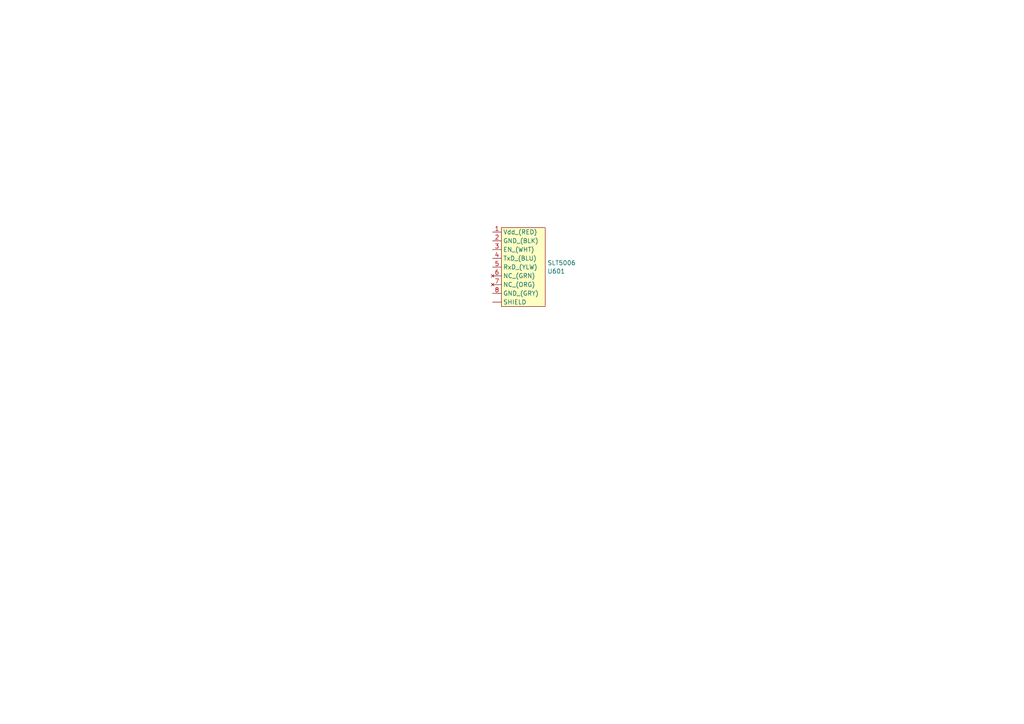
<source format=kicad_sch>
(kicad_sch (version 20250114) (generator "eeschema") (generator_version "9.0")
  (paper "A4")
  (lib_symbols
    (symbol "M302N-symlib:SLT5006" (in_bom no) (on_board no)
      (property "Reference" "U" (at -2.032 0.762 0))
      (property "Value" "SLT5006" (at -0.254 -1.524 0))
      (symbol "SLT5006_0_1"
        (rectangle (start -6.35 -3.81) (end 6.35 -26.67) (fill (type color) (color 255 255 194 1)))
      )
      (symbol "SLT5006_1_1"
        (pin power_in line (at 8.89 -5.08 180) (length 2.54) (name "Vdd_(RED)") (number "1"))
        (pin power_in line (at 8.89 -7.62 180) (length 2.54) (name "GND_(BLK)") (number "2"))
        (pin input line (at 8.89 -10.16 180) (length 2.54) (name "EN_(WHT)") (number "3"))
        (pin output line (at 8.89 -12.7 180) (length 2.54) (name "TxD_(BLU)") (number "4"))
        (pin input line (at 8.89 -15.24 180) (length 2.54) (name "RxD_(YLW)") (number "5"))
        (pin no_connect line (at 8.89 -17.78 180) (length 2.54) (name "NC_(GRN)") (number "6"))
        (pin no_connect line (at 8.89 -20.32 180) (length 2.54) (name "NC_(ORG)") (number "7"))
        (pin input line (at 8.89 -22.86 180) (length 2.54) (name "GND_(GRY)") (number "8"))
        (pin input line (at 8.89 -25.4 180) (length 2.54) (name "SHIELD") (number ""))
      )
    )
  )
  (symbol (lib_id "M302N-symlib:SLT5006") (at 151.765 62.23 0) (mirror y) (unit 1) (in_bom no) (on_board no)
    (property "Reference" "U601" (at 158.75 78.6822 0) (effects (justify right)))
    (property "Value" "SLT5006" (at 158.75 76.2579 0) (effects (justify right)))
    (property "Datasheet" "https://www.murata.com/ja-jp/products/sensor/soil/design-development/lineup" (effects (hide yes)))
  )
)
</source>
